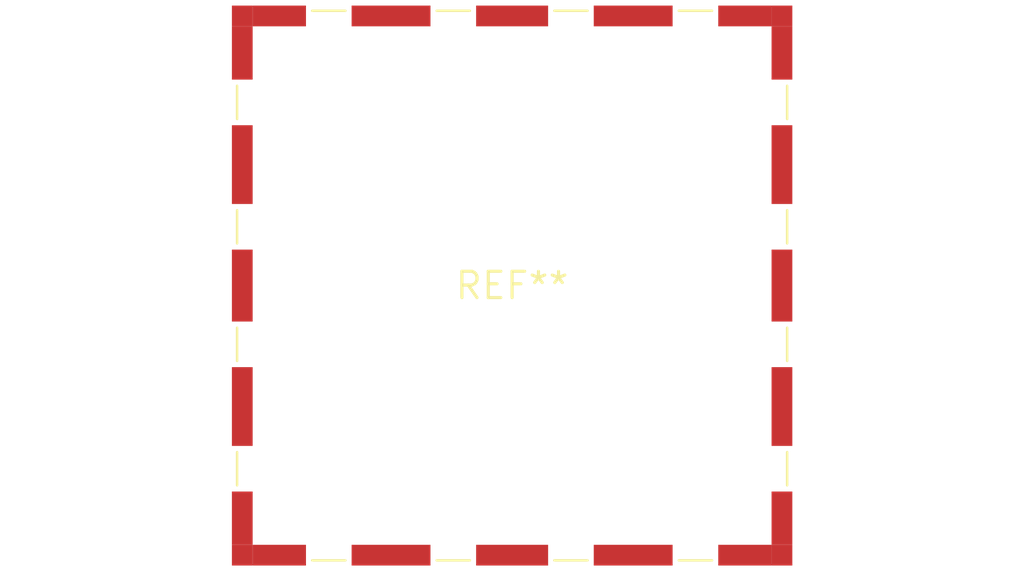
<source format=kicad_pcb>
(kicad_pcb (version 20240108) (generator pcbnew)
  (layers (0 "F.Cu" signal) (31 "B.Cu" signal) (34 "B.Paste" user) (35 "F.Paste" user) (36 "B.SilkS" user "B.Silkscreen") (37 "F.SilkS" user "F.Silkscreen") (38 "B.Mask" user) (39 "F.Mask" user) (44 "Edge.Cuts" user))
  (net 0 "")
  (footprint "Laird_Technologies_BMI-S-203-F_26.21x26.21mm" (layer "F.Cu") (at 0 0)
    (property "Reference" "REF**")
    (property "Value" "Laird_Technologies_BMI-S-203-F_26.21x26.21mm")
    (fp_line (start -13.255 -9.635) (end -13.255 -8.035) (layer "F.SilkS") (stroke (width 0.12)))
    (fp_line (start -13.255 -3.635) (end -13.255 -2.035) (layer "F.SilkS") (stroke (width 0.12)))
    (fp_line (start -13.255 2.035) (end -13.255 3.635) (layer "F.SilkS") (stroke (width 0.12)))
    (fp_line (start -13.255 8.035) (end -13.255 9.635) (layer "F.SilkS") (stroke (width 0.12)))
    (fp_line (start -9.635 -13.255) (end -8.035 -13.255) (layer "F.SilkS") (stroke (width 0.12)))
    (fp_line (start -9.635 13.255) (end -8.035 13.255) (layer "F.SilkS") (stroke (width 0.12)))
    (fp_line (start -3.635 -13.255) (end -2.035 -13.255) (layer "F.SilkS") (stroke (width 0.12)))
    (fp_line (start -3.635 13.255) (end -2.035 13.255) (layer "F.SilkS") (stroke (width 0.12)))
    (fp_line (start 2.035 -13.255) (end 3.635 -13.255) (layer "F.SilkS") (stroke (width 0.12)))
    (fp_line (start 2.035 13.255) (end 3.635 13.255) (layer "F.SilkS") (stroke (width 0.12)))
    (fp_line (start 8.035 -13.255) (end 9.635 -13.255) (layer "F.SilkS") (stroke (width 0.12)))
    (fp_line (start 8.035 13.255) (end 9.635 13.255) (layer "F.SilkS") (stroke (width 0.12)))
    (fp_line (start 13.255 -9.635) (end 13.255 -8.035) (layer "F.SilkS") (stroke (width 0.12)))
    (fp_line (start 13.255 -3.635) (end 13.255 -2.035) (layer "F.SilkS") (stroke (width 0.12)))
    (fp_line (start 13.255 2.035) (end 13.255 3.635) (layer "F.SilkS") (stroke (width 0.12)))
    (fp_line (start 13.255 8.035) (end 13.255 9.635) (layer "F.SilkS") (stroke (width 0.12)))
    (pad "1" smd rect (at -13.005 -13.005) (size 1 1) (layers "F.Cu" "F.Paste" "F.Mask"))
    (pad "1" smd rect (at -13.005 -11.22) (size 1 2.57) (layers "F.Cu" "F.Paste" "F.Mask"))
    (pad "1" smd rect (at -13.005 -5.835) (size 1 3.8) (layers "F.Cu" "F.Paste" "F.Mask"))
    (pad "1" smd rect (at -13.005 0) (size 1 3.47) (layers "F.Cu" "F.Paste" "F.Mask"))
    (pad "1" smd rect (at -13.005 5.835) (size 1 3.8) (layers "F.Cu" "F.Paste" "F.Mask"))
    (pad "1" smd rect (at -13.005 11.22) (size 1 2.57) (layers "F.Cu" "F.Paste" "F.Mask"))
    (pad "1" smd rect (at -13.005 13.005) (size 1 1) (layers "F.Cu" "F.Paste" "F.Mask"))
    (pad "1" smd rect (at -11.22 -13.005) (size 2.57 1) (layers "F.Cu" "F.Paste" "F.Mask"))
    (pad "1" smd rect (at -11.22 13.005) (size 2.57 1) (layers "F.Cu" "F.Paste" "F.Mask"))
    (pad "1" smd rect (at -5.835 -13.005) (size 3.8 1) (layers "F.Cu" "F.Paste" "F.Mask"))
    (pad "1" smd rect (at -5.835 13.005) (size 3.8 1) (layers "F.Cu" "F.Paste" "F.Mask"))
    (pad "1" smd rect (at 0 -13.005) (size 3.47 1) (layers "F.Cu" "F.Paste" "F.Mask"))
    (pad "1" smd rect (at 0 13.005) (size 3.47 1) (layers "F.Cu" "F.Paste" "F.Mask"))
    (pad "1" smd rect (at 5.835 -13.005) (size 3.8 1) (layers "F.Cu" "F.Paste" "F.Mask"))
    (pad "1" smd rect (at 5.835 13.005) (size 3.8 1) (layers "F.Cu" "F.Paste" "F.Mask"))
    (pad "1" smd rect (at 11.22 -13.005) (size 2.57 1) (layers "F.Cu" "F.Paste" "F.Mask"))
    (pad "1" smd rect (at 11.22 13.005) (size 2.57 1) (layers "F.Cu" "F.Paste" "F.Mask"))
    (pad "1" smd rect (at 13.005 -13.005) (size 1 1) (layers "F.Cu" "F.Paste" "F.Mask"))
    (pad "1" smd rect (at 13.005 -11.22) (size 1 2.57) (layers "F.Cu" "F.Paste" "F.Mask"))
    (pad "1" smd rect (at 13.005 -5.835) (size 1 3.8) (layers "F.Cu" "F.Paste" "F.Mask"))
    (pad "1" smd rect (at 13.005 0) (size 1 3.47) (layers "F.Cu" "F.Paste" "F.Mask"))
    (pad "1" smd rect (at 13.005 5.835) (size 1 3.8) (layers "F.Cu" "F.Paste" "F.Mask"))
    (pad "1" smd rect (at 13.005 11.22) (size 1 2.57) (layers "F.Cu" "F.Paste" "F.Mask"))
    (pad "1" smd rect (at 13.005 13.005) (size 1 1) (layers "F.Cu" "F.Paste" "F.Mask"))
  )
)
</source>
